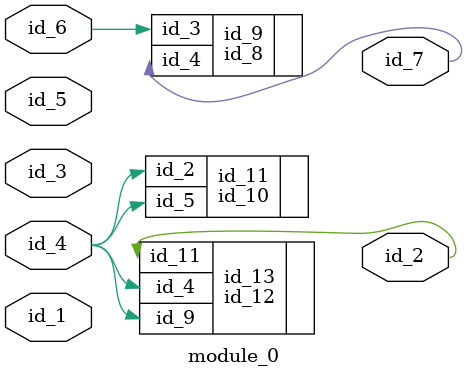
<source format=v>
module module_0 (
    id_1,
    id_2,
    id_3,
    id_4,
    id_5,
    id_6,
    id_7
);
  output id_7;
  input id_6;
  input id_5;
  input id_4;
  input id_3;
  output id_2;
  input id_1;
  id_8 id_9 (
      .id_4(id_7),
      .id_3(id_6)
  );
  id_10 id_11 (
      .id_5(id_4),
      .id_2(id_4)
  );
  id_12 id_13 (
      .id_4 (id_4),
      .id_9 (id_4),
      .id_11(id_2)
  );
endmodule

</source>
